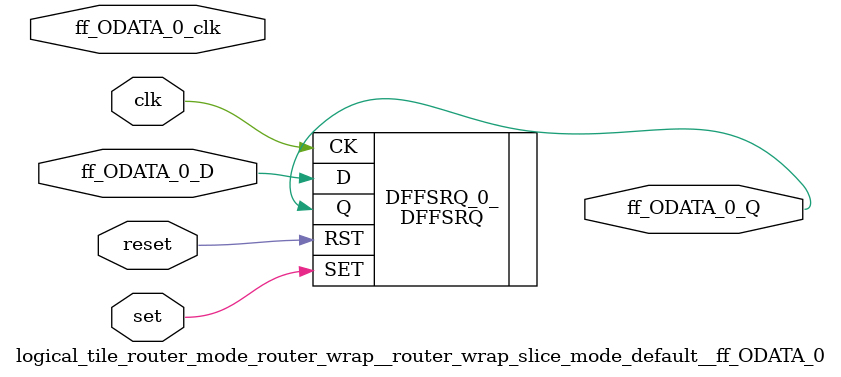
<source format=v>
`default_nettype none

module logical_tile_router_mode_router_wrap__router_wrap_slice_mode_default__ff_ODATA_0(set,
                                                                                        reset,
                                                                                        clk,
                                                                                        ff_ODATA_0_D,
                                                                                        ff_ODATA_0_Q,
                                                                                        ff_ODATA_0_clk);
//----- GLOBAL PORTS -----
input [0:0] set;
//----- GLOBAL PORTS -----
input [0:0] reset;
//----- GLOBAL PORTS -----
input [0:0] clk;
//----- INPUT PORTS -----
input [0:0] ff_ODATA_0_D;
//----- OUTPUT PORTS -----
output [0:0] ff_ODATA_0_Q;
//----- CLOCK PORTS -----
input [0:0] ff_ODATA_0_clk;

//----- BEGIN wire-connection ports -----
wire [0:0] ff_ODATA_0_D;
wire [0:0] ff_ODATA_0_Q;
wire [0:0] ff_ODATA_0_clk;
//----- END wire-connection ports -----


//----- BEGIN Registered ports -----
//----- END Registered ports -----



// ----- BEGIN Local short connections -----
// ----- END Local short connections -----
// ----- BEGIN Local output short connections -----
// ----- END Local output short connections -----

	DFFSRQ DFFSRQ_0_ (
		.SET(set),
		.RST(reset),
		.CK(clk),
		.D(ff_ODATA_0_D),
		.Q(ff_ODATA_0_Q));

endmodule
// ----- END Verilog module for logical_tile_router_mode_router_wrap__router_wrap_slice_mode_default__ff_ODATA_0 -----

//----- Default net type -----
`default_nettype wire




</source>
